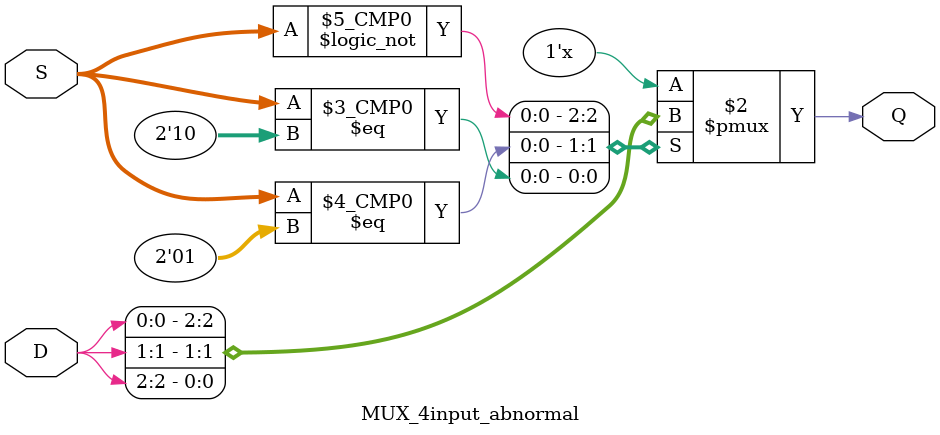
<source format=v>
`timescale 1ns / 1ps
module MUX_4input_abnormal(
  input wire[1:0] S,
  input wire[3:0] D,
  output reg Q );

  always@(*) begin
    case(S)
      2'b 00:  Q <= D[0];
      2'b 01:  Q <= D[1];
      2'b 10:  Q <= D[2];
      //2'b 11:  Q <= D[3];
      //default: Q <= D[0];
    endcase
  end

endmodule

</source>
